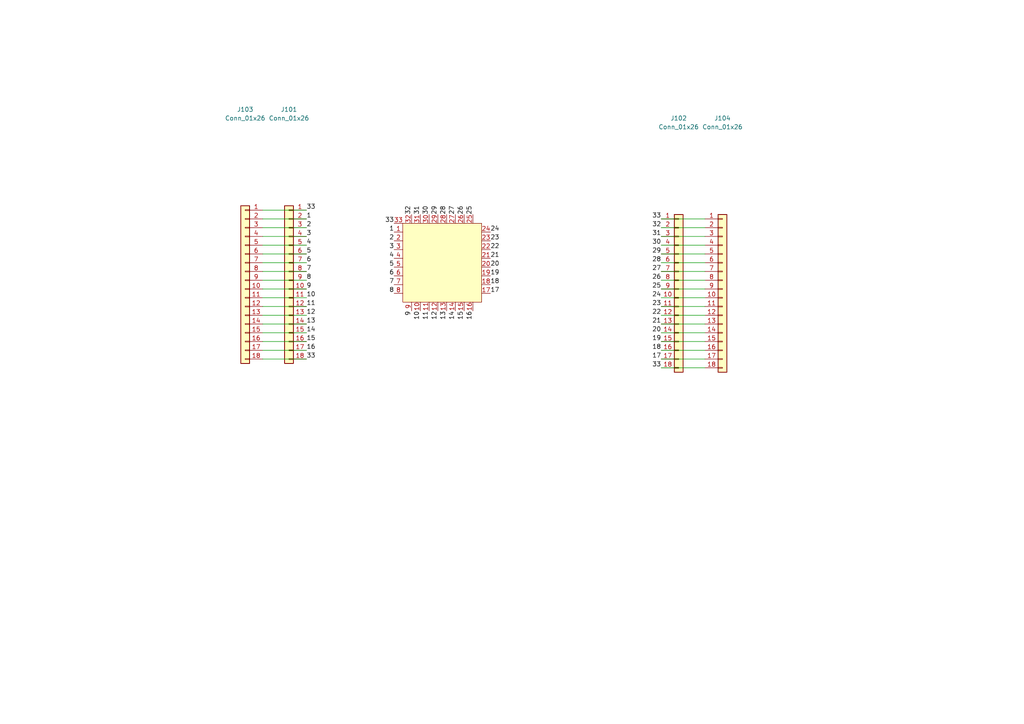
<source format=kicad_sch>
(kicad_sch (version 20250114) (generator "eeschema") (generator_version "9.0")
  (paper "A4")
  (lib_symbols
    (symbol "Connector_Generic:Conn_01x18" (pin_names (offset 1.016) (hide yes))
      (property "Reference" "J" (at 0 22.86 0))
      (property "Value" "Conn_01x18" (at 0 -25.4 0))
      (symbol "Conn_01x18_1_1"
        (rectangle (start -1.27 21.59) (end 1.27 -24.13) (stroke (width 0.254)) (fill (type background)))
        (rectangle (start -1.27 20.447) (end 0 20.193) (stroke (width 0.1524)))
        (rectangle (start -1.27 17.907) (end 0 17.653) (stroke (width 0.1524)))
        (rectangle (start -1.27 15.367) (end 0 15.113) (stroke (width 0.1524)))
        (rectangle (start -1.27 12.827) (end 0 12.573) (stroke (width 0.1524)))
        (rectangle (start -1.27 10.287) (end 0 10.033) (stroke (width 0.1524)))
        (rectangle (start -1.27 7.747) (end 0 7.493) (stroke (width 0.1524)))
        (rectangle (start -1.27 5.207) (end 0 4.953) (stroke (width 0.1524)))
        (rectangle (start -1.27 2.667) (end 0 2.413) (stroke (width 0.1524)))
        (rectangle (start -1.27 0.127) (end 0 -0.127) (stroke (width 0.1524)))
        (rectangle (start -1.27 -2.413) (end 0 -2.667) (stroke (width 0.1524)))
        (rectangle (start -1.27 -4.953) (end 0 -5.207) (stroke (width 0.1524)))
        (rectangle (start -1.27 -7.493) (end 0 -7.747) (stroke (width 0.1524)))
        (rectangle (start -1.27 -10.033) (end 0 -10.287) (stroke (width 0.1524)))
        (rectangle (start -1.27 -12.573) (end 0 -12.827) (stroke (width 0.1524)))
        (rectangle (start -1.27 -15.113) (end 0 -15.367) (stroke (width 0.1524)))
        (rectangle (start -1.27 -17.653) (end 0 -17.907) (stroke (width 0.1524)))
        (rectangle (start -1.27 -20.193) (end 0 -20.447) (stroke (width 0.1524)))
        (rectangle (start -1.27 -22.733) (end 0 -22.987) (stroke (width 0.1524)))
        (pin passive line (at -5.08 20.32 0) (length 3.81) (name "Pin_1") (number "1"))
        (pin passive line (at -5.08 17.78 0) (length 3.81) (name "Pin_2") (number "2"))
        (pin passive line (at -5.08 15.24 0) (length 3.81) (name "Pin_3") (number "3"))
        (pin passive line (at -5.08 12.7 0) (length 3.81) (name "Pin_4") (number "4"))
        (pin passive line (at -5.08 10.16 0) (length 3.81) (name "Pin_5") (number "5"))
        (pin passive line (at -5.08 7.62 0) (length 3.81) (name "Pin_6") (number "6"))
        (pin passive line (at -5.08 5.08 0) (length 3.81) (name "Pin_7") (number "7"))
        (pin passive line (at -5.08 2.54 0) (length 3.81) (name "Pin_8") (number "8"))
        (pin passive line (at -5.08 0 0) (length 3.81) (name "Pin_9") (number "9"))
        (pin passive line (at -5.08 -2.54 0) (length 3.81) (name "Pin_10") (number "10"))
        (pin passive line (at -5.08 -5.08 0) (length 3.81) (name "Pin_11") (number "11"))
        (pin passive line (at -5.08 -7.62 0) (length 3.81) (name "Pin_12") (number "12"))
        (pin passive line (at -5.08 -10.16 0) (length 3.81) (name "Pin_13") (number "13"))
        (pin passive line (at -5.08 -12.7 0) (length 3.81) (name "Pin_14") (number "14"))
        (pin passive line (at -5.08 -15.24 0) (length 3.81) (name "Pin_15") (number "15"))
        (pin passive line (at -5.08 -17.78 0) (length 3.81) (name "Pin_16") (number "16"))
        (pin passive line (at -5.08 -20.32 0) (length 3.81) (name "Pin_17") (number "17"))
        (pin passive line (at -5.08 -22.86 0) (length 3.81) (name "Pin_18") (number "18"))
      )
    )
    (symbol "Interface_Ethernet:VSC8541XMV-0x"
      (symbol "VSC8541XMV-0x_0_0"
        (pin unspecified line (at -13.97 11.43 0) (length 2.54) (name "") (number "33"))
        (pin unspecified line (at -13.97 8.89 0) (length 2.54) (name "") (number "1"))
        (pin unspecified line (at -13.97 6.35 0) (length 2.54) (name "") (number "2"))
        (pin unspecified line (at -13.97 3.81 0) (length 2.54) (name "") (number "3"))
        (pin unspecified line (at -13.97 1.27 0) (length 2.54) (name "") (number "4"))
        (pin unspecified line (at -13.97 -1.27 0) (length 2.54) (name "") (number "5"))
        (pin unspecified line (at -13.97 -3.81 0) (length 2.54) (name "") (number "6"))
        (pin unspecified line (at -13.97 -6.35 0) (length 2.54) (name "") (number "7"))
        (pin unspecified line (at -13.97 -8.89 0) (length 2.54) (name "") (number "8"))
        (pin unspecified line (at -8.89 13.97 270) (length 2.54) (name "") (number "32"))
        (pin unspecified line (at -8.89 -13.97 90) (length 2.54) (name "") (number "9"))
        (pin unspecified line (at -6.35 13.97 270) (length 2.54) (name "") (number "31"))
        (pin unspecified line (at -6.35 -13.97 90) (length 2.54) (name "") (number "10"))
        (pin unspecified line (at -3.81 13.97 270) (length 2.54) (name "") (number "30"))
        (pin unspecified line (at -3.81 -13.97 90) (length 2.54) (name "") (number "11"))
        (pin unspecified line (at -1.27 13.97 270) (length 2.54) (name "") (number "29"))
        (pin unspecified line (at -1.27 -13.97 90) (length 2.54) (name "") (number "12"))
        (pin unspecified line (at 1.27 13.97 270) (length 2.54) (name "") (number "28"))
        (pin unspecified line (at 1.27 -13.97 90) (length 2.54) (name "") (number "13"))
        (pin unspecified line (at 3.81 13.97 270) (length 2.54) (name "") (number "27"))
        (pin unspecified line (at 3.81 -13.97 90) (length 2.54) (name "") (number "14"))
        (pin unspecified line (at 6.35 13.97 270) (length 2.54) (name "") (number "26"))
        (pin unspecified line (at 6.35 -13.97 90) (length 2.54) (name "") (number "15"))
        (pin unspecified line (at 8.89 13.97 270) (length 2.54) (name "") (number "25"))
        (pin unspecified line (at 8.89 -13.97 90) (length 2.54) (name "") (number "16"))
        (pin unspecified line (at 13.97 8.89 180) (length 2.54) (name "") (number "24"))
        (pin unspecified line (at 13.97 6.35 180) (length 2.54) (name "") (number "23"))
        (pin unspecified line (at 13.97 3.81 180) (length 2.54) (name "") (number "22"))
        (pin unspecified line (at 13.97 1.27 180) (length 2.54) (name "") (number "21"))
        (pin unspecified line (at 13.97 -1.27 180) (length 2.54) (name "") (number "20"))
        (pin unspecified line (at 13.97 -3.81 180) (length 2.54) (name "") (number "19"))
        (pin unspecified line (at 13.97 -6.35 180) (length 2.54) (name "") (number "18"))
        (pin unspecified line (at 13.97 -8.89 180) (length 2.54) (name "") (number "17"))
      )
      (symbol "VSC8541XMV-0x_1_1"
        (rectangle (start -11.43 11.43) (end 11.43 -11.43) (fill (type background)))
      )
    )
  )
  (wire (pts (xy 204.47 66.04) (xy 191.77 66.04)))
  (wire (pts (xy 76.2 60.96) (xy 88.9 60.96)))
  (wire (pts (xy 204.47 101.6) (xy 191.77 101.6)))
  (wire (pts (xy 76.2 88.9) (xy 88.9 88.9)))
  (wire (pts (xy 76.2 71.12) (xy 88.9 71.12)))
  (wire (pts (xy 204.47 81.28) (xy 191.77 81.28)))
  (wire (pts (xy 76.2 91.44) (xy 88.9 91.44)))
  (wire (pts (xy 76.2 63.5) (xy 88.9 63.5)))
  (wire (pts (xy 76.2 104.14) (xy 88.9 104.14)))
  (wire (pts (xy 76.2 66.04) (xy 88.9 66.04)))
  (wire (pts (xy 76.2 101.6) (xy 88.9 101.6)))
  (wire (pts (xy 204.47 88.9) (xy 191.77 88.9)))
  (wire (pts (xy 204.47 78.74) (xy 191.77 78.74)))
  (wire (pts (xy 204.47 76.2) (xy 191.77 76.2)))
  (wire (pts (xy 76.2 83.82) (xy 88.9 83.82)))
  (wire (pts (xy 204.47 104.14) (xy 191.77 104.14)))
  (wire (pts (xy 204.47 93.98) (xy 191.77 93.98)))
  (wire (pts (xy 204.47 73.66) (xy 191.77 73.66)))
  (wire (pts (xy 204.47 96.52) (xy 191.77 96.52)))
  (wire (pts (xy 76.2 81.28) (xy 88.9 81.28)))
  (wire (pts (xy 76.2 96.52) (xy 88.9 96.52)))
  (wire (pts (xy 204.47 63.5) (xy 191.77 63.5)))
  (wire (pts (xy 76.2 68.58) (xy 88.9 68.58)))
  (wire (pts (xy 204.47 106.68) (xy 191.77 106.68)))
  (wire (pts (xy 204.47 91.44) (xy 191.77 91.44)))
  (wire (pts (xy 76.2 99.06) (xy 88.9 99.06)))
  (wire (pts (xy 204.47 71.12) (xy 191.77 71.12)))
  (wire (pts (xy 76.2 78.74) (xy 88.9 78.74)))
  (wire (pts (xy 204.47 99.06) (xy 191.77 99.06)))
  (wire (pts (xy 204.47 83.82) (xy 191.77 83.82)))
  (wire (pts (xy 76.2 86.36) (xy 88.9 86.36)))
  (wire (pts (xy 204.47 86.36) (xy 191.77 86.36)))
  (wire (pts (xy 76.2 76.2) (xy 88.9 76.2)))
  (wire (pts (xy 204.47 68.58) (xy 191.77 68.58)))
  (wire (pts (xy 76.2 93.98) (xy 88.9 93.98)))
  (wire (pts (xy 76.2 73.66) (xy 88.9 73.66)))
  (label "31" (at 191.77 68.58 180))
  (label "19" (at 191.77 99.06 180))
  (label "29" (at 191.77 73.66 180))
  (label "20" (at 191.77 96.52 180))
  (label "26" (at 191.77 81.28 180))
  (label "12" (at 88.9 91.44 0))
  (label "23" (at 191.77 88.9 180))
  (label "11" (at 88.9 88.9 0))
  (label "10" (at 88.9 86.36 0))
  (label "16" (at 88.9 101.6 0))
  (label "14" (at 88.9 96.52 0))
  (label "3" (at 88.9 68.58 0))
  (label "8" (at 88.9 81.28 0))
  (label "18" (at 191.77 101.6 180))
  (label "4" (at 88.9 71.12 0))
  (label "17" (at 191.77 104.14 180))
  (label "21" (at 191.77 93.98 180))
  (label "33" (at 88.9 104.14 0))
  (label "7" (at 88.9 78.74 0))
  (label "13" (at 88.9 93.98 0))
  (label "33" (at 88.9 60.96 0))
  (label "27" (at 191.77 78.74 180))
  (label "24" (at 191.77 86.36 180))
  (label "15" (at 88.9 99.06 0))
  (label "2" (at 88.9 66.04 0))
  (label "33" (at 191.77 106.68 180))
  (label "1" (at 88.9 63.5 0))
  (label "22" (at 191.77 91.44 180))
  (label "32" (at 191.77 66.04 180))
  (label "3" (at 114.3 72.39 180))
  (label "1" (at 114.3 67.31 180))
  (label "2" (at 114.3 69.85 180))
  (label "4" (at 114.3 74.93 180))
  (label "5" (at 114.3 77.47 180))
  (label "6" (at 114.3 80.01 180))
  (label "7" (at 114.3 82.55 180))
  (label "8" (at 114.3 85.09 180))
  (label "10" (at 121.92 90.17 270))
  (label "11" (at 124.46 90.17 270))
  (label "12" (at 127 90.17 270))
  (label "9" (at 119.38 90.17 270))
  (label "13" (at 129.54 90.17 270))
  (label "14" (at 132.08 90.17 270))
  (label "15" (at 134.62 90.17 270))
  (label "16" (at 137.16 90.17 270))
  (label "17" (at 142.24 85.09 0))
  (label "18" (at 142.24 82.55 0))
  (label "21" (at 142.24 74.93 0))
  (label "20" (at 142.24 77.47 0))
  (label "19" (at 142.24 80.01 0))
  (label "22" (at 142.24 72.39 0))
  (label "23" (at 142.24 69.85 0))
  (label "24" (at 142.24 67.31 0))
  (label "25" (at 137.16 62.23 90))
  (label "26" (at 134.62 62.23 90))
  (label "27" (at 132.08 62.23 90))
  (label "28" (at 129.54 62.23 90))
  (label "29" (at 127 62.23 90))
  (label "30" (at 124.46 62.23 90))
  (label "31" (at 121.92 62.23 90))
  (label "32" (at 119.38 62.23 90))
  (label "33" (at 114.3 64.77 180))
  (label "5" (at 88.9 73.66 0))
  (label "30" (at 191.77 71.12 180))
  (label "33" (at 191.77 63.5 180))
  (label "9" (at 88.9 83.82 0))
  (label "6" (at 88.9 76.2 0))
  (label "28" (at 191.77 76.2 180))
  (label "25" (at 191.77 83.82 180))
  (symbol (lib_id "Interface_Ethernet:VSC8541XMV-0x") (at 128.27 76.2 0) (unit 1)
    (property "Reference" "U101" (effects (hide yes)))
    (property "Value" "QFN-48" (effects (hide yes)))
    (property "Footprint" "Package_DFN_QFN:QFN-32-1EP_7x7mm_P0.65mm_EP4.7x4.7mm_ThermalVias" (effects (hide yes)))
  )
  (symbol (lib_id "Connector_Generic:Conn_01x18") (at 209.55 83.82 0) (unit 1)
    (property "Reference" "J104" (at 209.55 34.29 0))
    (property "Value" "Conn_01x26" (at 209.55 36.83 0))
    (property "Footprint" "Connector_PinHeader_2.54mm:PinHeader_1x18_P2.54mm_Vertical_SMD_Pin1Right" (effects (hide yes)))
    (property "Description" "Generic connector, single row, 01x18, script generated (kicad-library-utils/schlib/autogen/connector/)" (effects (hide yes)))
  )
  (symbol (lib_id "Connector_Generic:Conn_01x18") (at 83.82 81.28 0) (mirror y) (unit 1)
    (property "Reference" "J101" (at 83.82 31.75 0))
    (property "Value" "Conn_01x26" (at 83.82 34.29 0))
    (property "Footprint" "Connector_PinHeader_2.54mm:PinHeader_1x18_P2.54mm_Vertical" (effects (hide yes)))
    (property "Description" "Generic connector, single row, 01x18, script generated (kicad-library-utils/schlib/autogen/connector/)" (effects (hide yes)))
  )
  (symbol (lib_id "Connector_Generic:Conn_01x18") (at 196.85 83.82 0) (unit 1)
    (property "Reference" "J102" (at 196.85 34.29 0))
    (property "Value" "Conn_01x26" (at 196.85 36.83 0))
    (property "Footprint" "Connector_PinHeader_2.54mm:PinHeader_1x18_P2.54mm_Vertical" (effects (hide yes)))
    (property "Description" "Generic connector, single row, 01x18, script generated (kicad-library-utils/schlib/autogen/connector/)" (effects (hide yes)))
  )
  (symbol (lib_id "Connector_Generic:Conn_01x18") (at 71.12 81.28 0) (mirror y) (unit 1)
    (property "Reference" "J103" (at 71.12 31.75 0))
    (property "Value" "Conn_01x26" (at 71.12 34.29 0))
    (property "Footprint" "Connector_PinHeader_2.54mm:PinHeader_1x18_P2.54mm_Vertical_SMD_Pin1Left" (effects (hide yes)))
    (property "Description" "Generic connector, single row, 01x18, script generated (kicad-library-utils/schlib/autogen/connector/)" (effects (hide yes)))
  )
)
</source>
